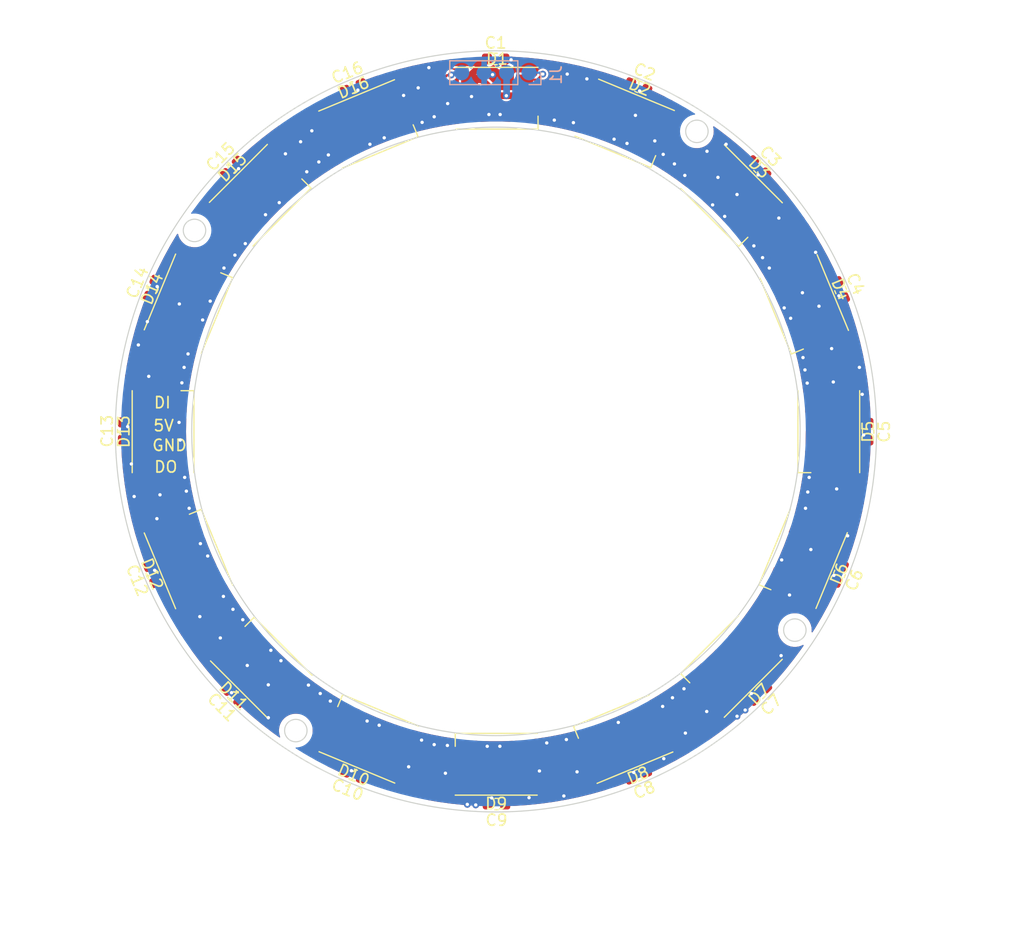
<source format=kicad_pcb>
(kicad_pcb (version 20240108) (generator "pcbnew") (generator_version "8.0")
  (layers (0 "F.Cu" signal) (31 "B.Cu" signal) (34 "B.Paste" user) (35 "F.Paste" user) (36 "B.SilkS" user "B.Silkscreen") (37 "F.SilkS" user "F.Silkscreen") (38 "B.Mask" user) (39 "F.Mask" user) (44 "Edge.Cuts" user))
  (net 0 "")
  (net 1 "+5V")
  (net 2 "GND")
  (net 3 "/DI")
  (net 4 "Net-(D1-DOUT)")
  (net 5 "Net-(D2-DOUT)")
  (net 6 "Net-(D3-DOUT)")
  (net 7 "Net-(D4-DOUT)")
  (net 8 "Net-(D5-DOUT)")
  (net 9 "Net-(D6-DOUT)")
  (net 10 "Net-(D7-DOUT)")
  (net 11 "Net-(D10-DIN)")
  (net 12 "Net-(D10-DOUT)")
  (net 13 "Net-(D11-DOUT)")
  (net 14 "Net-(D12-DOUT)")
  (net 15 "Net-(D13-DOUT)")
  (net 16 "Net-(D14-DOUT)")
  (net 17 "Net-(D15-DOUT)")
  (net 18 "/DO")
  (net 19 "Net-(D8-DOUT)")
  (footprint "Capacitor_SMD:C_0603_1608Metric" (layer "F.Cu") (at 135.476992 74.548008 45)
    (property "Reference" "C15")
    (property "Value" "0.1uF")
  )
  (footprint "LED_SMD:LED_WS2812B_PLCC4_5.0x5.0mm_P3.2mm" (layer "F.Cu") (at 138.100862 119.084315 135)
    (property "Reference" "D11")
    (property "Value" "~")
  )
  (footprint "Capacitor_SMD:C_0603_1608Metric" (layer "F.Cu") (at 171.691007 67.29658 -22.5)
    (property "Reference" "C2")
    (property "Value" "0.1uF")
  )
  (footprint "LED_SMD:LED_WS2812B_PLCC4_5.0x5.0mm_P3.2mm" (layer "F.Cu") (at 147.642923 70.611976 22.5)
    (property "Reference" "D16")
    (property "Value" "~")
  )
  (footprint "Capacitor_SMD:C_0603_1608Metric" (layer "F.Cu") (at 192.15 98.025 -90)
    (property "Reference" "C5")
    (property "Value" "0.1uF")
  )
  (footprint "Capacitor_SMD:C_0603_1608Metric" (layer "F.Cu") (at 182.501992 121.348008 -135)
    (property "Reference" "C7")
    (property "Value" "0.1uF")
  )
  (footprint "LED_SMD:LED_WS2812B_PLCC4_5.0x5.0mm_P3.2mm" (layer "F.Cu") (at 159.025 127.65 180)
    (property "Reference" "D9")
    (property "Value" "~")
  )
  (footprint "LED_SMD:LED_WS2812B_PLCC4_5.0x5.0mm_P3.2mm" (layer "F.Cu") (at 138.000862 76.965685 45)
    (property "Reference" "D15")
    (property "Value" "~")
  )
  (footprint "Capacitor_SMD:C_0603_1608Metric" (layer "F.Cu") (at 146.333993 128.60342 157.5)
    (property "Reference" "C10")
    (property "Value" "0.1uF")
  )
  (footprint "LED_SMD:LED_WS2812B_PLCC4_5.0x5.0mm_P3.2mm" (layer "F.Cu") (at 129.35 98.025 90)
    (property "Reference" "D13")
    (property "Value" "~")
  )
  (footprint "LED_SMD:LED_WS2812B_PLCC4_5.0x5.0mm_P3.2mm" (layer "F.Cu") (at 188.65 98.025 -90)
    (property "Reference" "D5")
    (property "Value" "~")
  )
  (footprint "Capacitor_SMD:C_0603_1608Metric" (layer "F.Cu") (at 159.05 131.2 180)
    (property "Reference" "C9")
    (property "Value" "0.1uF")
  )
  (footprint "LED_SMD:LED_WS2812B_PLCC4_5.0x5.0mm_P3.2mm" (layer "F.Cu") (at 186.461976 86.682077 -67.5)
    (property "Reference" "D4")
    (property "Value" "~")
  )
  (footprint "Capacitor_SMD:C_0603_1608Metric" (layer "F.Cu") (at 146.308993 67.37158 22.5)
    (property "Reference" "C16")
    (property "Value" "0.1uF")
  )
  (footprint "LED_SMD:LED_WS2812B_PLCC4_5.0x5.0mm_P3.2mm" (layer "F.Cu") (at 179.975862 118.940685 -135)
    (property "Reference" "D7")
    (property "Value" "~")
  )
  (footprint "Capacitor_SMD:C_0603_1608Metric" (layer "F.Cu") (at 135.601992 121.551992 135)
    (property "Reference" "C11")
    (property "Value" "0.1uF")
  )
  (footprint "LED_SMD:LED_WS2812B_PLCC4_5.0x5.0mm_P3.2mm" (layer "F.Cu") (at 186.363024 109.342923 -112.5)
    (property "Reference" "D6")
    (property "Value" "~")
  )
  (footprint "LED_SMD:LED_WS2812B_PLCC4_5.0x5.0mm_P3.2mm" (layer "F.Cu") (at 159.1 68.325)
    (property "Reference" "D1")
    (property "Value" "~")
  )
  (footprint "LED_SMD:LED_WS2812B_PLCC4_5.0x5.0mm_P3.2mm" (layer "F.Cu") (at 170.332077 125.413024 -157.5)
    (property "Reference" "D8")
    (property "Value" "~")
  )
  (footprint "Capacitor_SMD:C_0603_1608Metric" (layer "F.Cu") (at 189.60342 110.691007 -112.5)
    (property "Reference" "C6")
    (property "Value" "0.1uF")
  )
  (footprint "LED_SMD:LED_WS2812B_PLCC4_5.0x5.0mm_P3.2mm" (layer "F.Cu") (at 131.613024 109.367923 112.5)
    (property "Reference" "D12")
    (property "Value" "~")
  )
  (footprint "LED_SMD:LED_WS2812B_PLCC4_5.0x5.0mm_P3.2mm" (layer "F.Cu") (at 170.467923 70.563024 -22.5)
    (property "Reference" "D2")
    (property "Value" "~")
  )
  (footprint "Capacitor_SMD:C_0603_1608Metric" (layer "F.Cu") (at 128.37158 110.716007 112.5)
    (property "Reference" "C12")
    (property "Value" "0.1uF")
  )
  (footprint "Capacitor_SMD:C_0603_1608Metric" (layer "F.Cu") (at 171.666007 128.62842 -157.5)
    (property "Reference" "C8")
    (property "Value" "0.1uF")
  )
  (footprint "Capacitor_SMD:C_0603_1608Metric" (layer "F.Cu") (at 128.37842 85.291007 67.5)
    (property "Reference" "C14")
    (property "Value" "0.1uF")
  )
  (footprint "Capacitor_SMD:C_0603_1608Metric" (layer "F.Cu") (at 125.8 97.975 90)
    (property "Reference" "C13")
    (property "Value" "0.1uF")
  )
  (footprint "LED_SMD:LED_WS2812B_PLCC4_5.0x5.0mm_P3.2mm" (layer "F.Cu") (at 179.984315 77.000862 -45)
    (property "Reference" "D3")
    (property "Value" "~")
  )
  (footprint "LED_SMD:LED_WS2812B_PLCC4_5.0x5.0mm_P3.2mm" (layer "F.Cu") (at 147.667923 125.388024 157.5)
    (property "Reference" "D10")
    (property "Value" "~")
  )
  (footprint "Capacitor_SMD:C_0603_1608Metric" (layer "F.Cu") (at 189.70342 85.408993 -67.5)
    (property "Reference" "C4")
    (property "Value" "0.1uF")
  )
  (footprint "Capacitor_SMD:C_0603_1608Metric" (layer "F.Cu") (at 158.975 64.825)
    (property "Reference" "C1")
    (property "Value" "0.1uF")
  )
  (footprint "LED_SMD:LED_WS2812B_PLCC4_5.0x5.0mm_P3.2mm" (layer "F.Cu") (at 131.613024 86.632077 67.5)
    (property "Reference" "D14")
    (property "Value" "~")
  )
  (footprint "Capacitor_SMD:C_0603_1608Metric" (layer "F.Cu") (at 182.426992 74.501992 -45)
    (property "Reference" "C3")
    (property "Value" "0.1uF")
  )
  (footprint "Connector_PinHeader_2.00mm:PinHeader_1x04_P2.00mm_Vertical" (layer "B.Cu") (at 161.95 66.05 90)
    (property "Reference" "J1")
    (property "Value" "~")
  )
  (gr_circle (center 132.15 80.1) (end 133.15 80.1) (stroke (width 0.1)) (fill none) (layer "Edge.Cuts"))
  (gr_circle (center 185.625 115.7) (end 186.625 115.7) (stroke (width 0.1)) (fill none) (layer "Edge.Cuts"))
  (gr_circle (center 176.9 71.275) (end 177.9 71.275) (stroke (width 0.1)) (fill none) (layer "Edge.Cuts"))
  (gr_circle (center 159 98) (end 186.1 98) (stroke (width 0.1)) (fill none) (layer "Edge.Cuts"))
  (gr_circle (center 141.175 124.65) (end 142.175 124.65) (stroke (width 0.1)) (fill none) (layer "Edge.Cuts"))
  (gr_circle (center 159 98) (end 192.9 98) (stroke (width 0.1)) (fill none) (layer "Edge.Cuts"))
  (gr_text "DO" (at 128.475 101.75 0) (layer "F.SilkS") (effects (font (size 1 1)) (justify left bottom)))
  (gr_text "DI" (at 128.45 96.025 0) (layer "F.SilkS") (effects (font (size 1 1)) (justify left bottom)))
  (gr_text "5V" (at 128.4 98.075 0) (layer "F.SilkS") (effects (font (size 1 1)) (justify left bottom)))
  (gr_text "GND" (at 128.3 99.825 0) (layer "F.SilkS") (effects (font (size 1 1)) (justify left bottom)))
  (segment (start 179.41863 74.101724) (end 181.43219 76.115284) (width 0.6) (layer "F.Cu") (net 1))
  (segment (start 131.237684 116.012684) (end 131.026197 115.680192) (width 0.6) (layer "F.Cu") (net 1))
  (segment (start 188.500998 83.787144) (end 189.215618 84.501764) (width 0.6) (layer "F.Cu") (net 1))
  (segment (start 137.090284 75.54281) (end 137.090284 74.199306) (width 0.6) (layer "F.Cu") (net 1))
  (segment (start 144.74799 70.025149) (end 144.74799 68.42701) (width 0.6) (layer "F.Cu") (net 1))
  (segment (start 190.3 95.875) (end 191.677187 97.252187) (width 0.6) (layer "F.Cu") (net 1))
  (segment (start 174.531095 68.773439) (end 175.088271 69.330615) (width 0.6) (layer "F.Cu") (net 1))
  (segment (start 182.875 118.375) (end 182.875 120.626998) (width 0.6) (layer "F.Cu") (net 1))
  (segment (start 138.666547 121.983453) (end 137.412311 121.983453) (width 0.6) (layer "F.Cu") (net 1))
  (segment (start 188.825 107.025703) (end 188.825 107.710846) (width 0.6) (layer "F.Cu") (net 1))
  (segment (start 127.65 101.225) (end 127.65 97.54346) (width 0.6) (layer "F.Cu") (net 1))
  (segment (start 129.151048 90.098952) (end 129.151048 88.264154) (width 0.6) (layer "F.Cu") (net 1))
  (segment (start 184.873054 113.890595) (end 182.9 115.863649) (width 0.6) (layer "F.Cu") (net 1))
  (segment (start 169.070051 129.325) (end 162.375 129.325) (width 0.6) (layer "F.Cu") (net 1))
  (segment (start 137.412311 121.983453) (end 135.353858 119.925) (width 0.6) (layer "F.Cu") (net 1))
  (segment (start 142.975 123.902758) (end 141.055695 121.983453) (width 0.6) (layer "F.Cu") (net 1))
  (segment (start 128.826036 111.58989) (end 128.73896 111.399614) (width 0.6) (layer "F.Cu") (net 1))
  (segment (start 162.375 129.325) (end 158.75 129.325) (width 0.6) (layer "F.Cu") (net 1))
  (segment (start 190.3 95.575) (end 190.3 95.875) (width 0.6) (layer "F.Cu") (net 1))
  (segment (start 127.617444 100.45) (end 125.915463 98.748019) (width 0.6) (layer "F.Cu") (net 1))
  (segment (start 138.666547 121.983453) (end 136.262982 121.983453) (width 0.6) (layer "F.Cu") (net 1))
  (segment (start 187.048803 84.653752) (end 190.275 87.879949) (width 0.6) (layer "F.Cu") (net 1))
  (segment (start 176.600149 125.999851) (end 173.22701 125.999851) (width 0.6) (layer "F.Cu") (net 1))
  (segment (start 172.3952 125.999851) (end 169.070051 129.325) (width 0.6) (layer "F.Cu") (net 1))
  (segment (start 181.43219 76.115284) (end 183.165284 76.115284) (width 0.6) (layer "F.Cu") (net 1))
  (segment (start 187.084405 113.890595) (end 184.873054 113.890595) (width 0.6) (layer "F.Cu") (net 1))
  (segment (start 188.825 107.710846) (end 188.250975 108.284871) (width 0.6) (layer "F.Cu") (net 1))
  (segment (start 137.090284 74.199306) (end 140.11459 71.175) (width 0.6) (layer "F.Cu") (net 1))
  (segment (start 156.65 66.675) (end 156.65 66.375) (width 0.6) (layer "F.Cu") (net 1))
  (segment (start 188.825 107.710846) (end 188.825 108.925631) (width 0.6) (layer "F.Cu") (net 1))
  (segment (start 129.725073 83.337311) (end 131.207743 81.854641) (width 0.6) (layer "F.Cu") (net 1))
  (segment (start 131.026197 112.262856) (end 131.026197 111.451197) (width 0.6) (layer "F.Cu") (net 1))
  (segment (start 180.758705 121.841295) (end 176.600149 125.999851) (width 0.6) (layer "F.Cu") (net 1))
  (segment (start 191.475 99.675) (end 191.475 104.375703) (width 0.6) (layer "F.Cu") (net 1))
  (segment (start 182.9 115.863649) (end 182.9 118.35) (width 0.6) (layer "F.Cu") (net 1))
  (segment (start 190.3 95.575) (end 190.3 98.5) (width 0.6) (layer "F.Cu") (net 1))
  (segment (start 149.189894 66.400736) (end 153.675736 66.400736) (width 0.6) (layer "F.Cu") (net 1))
  (segment (start 172.359346 126.867515) (end 172.359346 128.278734) (width 0.6) (layer "F.Cu") (net 1))
  (segment (start 158.75 129.325) (end 157.825 130.25) (width 0.6) (layer "F.Cu") (net 1))
  (segment (start 159.822612 130.677388) (end 159.822612 131.08229) (width 0.6) (layer "F.Cu") (net 1))
  (segment (start 129.151048 87.036178) (end 128.146115 86.031245) (width 0.6) (layer "F.Cu") (net 1))
  (segment (start 135.353858 119.925) (end 135.15 119.925) (width 0.6) (layer "F.Cu") (net 1))
  (segment (start 126.275 93.078806) (end 126.29415 92.95585) (width 0.6) (layer "F.Cu") (net 1))
  (segment (start 135.101724 77.53137) (end 135.101724 75.266357) (width 0.6) (layer "F.Cu") (net 1))
  (segment (start 190.275 87.879949) (end 190.275 90.375) (width 0.6) (layer "F.Cu") (net 1))
  (segment (start 159.25 68.175) (end 157.75 66.675) (width 0.6) (layer "F.Cu") (net 1))
  (segment (start 127.65 97.54346) (end 126.275 96.16846) (width 0.6) (layer "F.Cu") (net 1))
  (segment (start 189.215618 84.501764) (end 189.31645 84.732489) (width 0.6) (layer "F.Cu") (net 1))
  (segment (start 190.3 90.4) (end 190.3 95.575) (width 0.6) (layer "F.Cu") (net 1))
  (segment (start 145.565481 70.025149) (end 149.189894 66.400736) (width 0.6) (layer "F.Cu") (net 1))
  (segment (start 148.710359 127.260359) (end 143.635359 127.260359) (width 0.6) (layer "F.Cu") (net 1))
  (segment (start 136.262982 121.983453) (end 136.231271 122.015164) (width 0.6) (layer "F.Cu") (net 1))
  (segment (start 143.635359 127.260359) (end 142.975 126.6) (width 0.6) (layer "F.Cu") (net 1))
  (segment (start 191.677187 97.252187) (end 192.086331 97.252187) (width 0.6) (layer "F.Cu") (net 1))
  (segment (start 132.990595 81.909405) (end 134.075 80.825) (width 0.6) (layer "F.Cu") (net 1))
  (segment (start 156.65 66.375) (end 158.2 64.825) (width 0.6) (layer "F.Cu") (net 1))
  (segment (start 157.825 130.25) (end 151.7 130.25) (width 0.6) (layer "F.Cu") (net 1))
  (segment (start 129.151048 88.264154) (end 129.725073 87.690129) (width 0.6) (layer "F.Cu") (net 1))
  (segment (start 186.206977 82.945318) (end 187.048803 83.787144) (width 0.6) (layer "F.Cu") (net 1))
  (segment (start 159.323952 68.101048) (end 159.25 68.175) (width 0.6) (layer "F.Cu") (net 1))
  (segment (start 131.026197 115.680192) (end 131.026197 112.262856) (width 0.6) (layer "F.Cu") (net 1))
  (segment (start 182.9 118.35) (end 182.875 118.375) (width 0.6) (layer "F.Cu") (net 1))
  (segment (start 151.7 130.25) (end 149.3 127.85) (width 0.6) (layer "F.Cu") (net 1))
  (segment (start 188.250975 108.284871) (end 188.250975 112.724025) (width 0.6) (layer "F.Cu") (net 1))
  (segment (start 183.165284 76.115284) (end 186.206977 79.156977) (width 0.6) (layer "F.Cu") (net 1))
  (segment (start 182.875 118.375) (end 180.758705 120.491295) (width 0.6) (layer "F.Cu") (net 1))
  (segment (start 175.088271 72.024622) (end 177.165373 74.101724) (width 0.6) (layer "F.Cu") (net 1))
  (segment (start 135.101724 77.53137) (end 137.090284 75.54281) (width 0.6) (layer "F.Cu") (net 1))
  (segment (start 129.499002 112.262856) (end 128.826036 111.58989) (width 0.6) (layer "F.Cu") (net 1))
  (segment (start 135.101724 75.266357) (end 135.023309 75.187942) (width 0.6) (layer "F.Cu") (net 1))
  (segment (start 180.758705 120.491295) (end 180.758705 121.841295) (width 0.6) (layer "F.Cu") (net 1))
  (segment (start 159.926048 68.101048) (end 168.835846 68.101048) (width 0.6) (layer "F.Cu") (net 1))
  (segment (start 168.835846 68.101048) (end 169.954026 68.101048) (width 0.6) (layer "F.Cu") (net 1))
  (segment (start 126.29415 92.95585) (end 129.151048 90.098952) (width 0.6) (layer "F.Cu") (net 1))
  (segment (start 141.055695 121.983453) (end 138.666547 121.983453) (width 0.6) (layer "F.Cu") (net 1))
  (segment (start 191.475 104.375703) (end 188.825 107.025703) (width 0.6) (layer "F.Cu") (net 1))
  (segment (start 157.951396 65.1625) (end 158.200757 64.913139) (width 0.6) (layer "F.Cu") (net 1))
  (segment (start 187.048803 83.787144) (end 188.500998 83.787144) (width 0.6) (layer "F.Cu") (net 1))
  (segment (start 141.849851 70.025149) (end 144.74799 70.025149) (width 0.6) (layer "F.Cu") (net 1))
  (segment (start 131.026197 112.262856) (end 129.499002 112.262856) (width 0.6) (layer "F.Cu") (net 1))
  (segment (start 182.875 120.626998) (end 183.015745 120.767743) (width 0.6) (layer "F.Cu") (net 1))
  (segment (start 129.725073 87.690129) (end 129.725073 83.337311) (width 0.6) (layer "F.Cu") (net 1))
  (segment (start 132.241764 81.909405) (end 132.990595 81.909405) (width 0.6) (layer "F.Cu") (net 1))
  (segment (start 144.74799 68.42701) (end 145.298516 67.876484) (width 0.6) (layer "F.Cu") (net 1))
  (segment (start 157.75 66.675) (end 156.65 66.675) (width 0.6) (layer "F.Cu") (net 1))
  (segment (start 149.3 127.85) (end 148.710359 127.260359) (width 0.6) (layer "F.Cu") (net 1))
  (segment (start 177.165373 74.101724) (end 179.41863 74.101724) (width 0.6) (layer "F.Cu") (net 1))
  (segment (start 131.207743 81.854641) (end 131.735854 81.854641) (width 0.6) (layer "F.Cu") (net 1))
  (segment (start 144.74799 70.025149) (end 145.565481 70.025149) (width 0.6) (layer "F.Cu") (net 1))
  (segment (start 169.954026 68.101048) (end 170.924485 67.130589) (width 0.6) (layer "F.Cu") (net 1))
  (segment (start 175.088271 69.330615) (end 175.088271 72.024622) (width 0.6) (layer "F.Cu") (net 1))
  (segment (start 131.875655 81.890838) (end 132.241764 81.909405) (width 0.6) (layer "F.Cu") (net 1))
  (segment (start 161.475 129.325) (end 161.175 129.325) (width 0.6) (layer "F.Cu") (net 1))
  (segment (start 154.913972 65.1625) (end 157.951396 65.1625) (width 0.6) (layer "F.Cu") (net 1))
  (segment (start 159.926048 68.101048) (end 159.323952 68.101048) (width 0.6) (layer "F.Cu") (net 1))
  (segment (start 188.250975 112.724025) (end 187.084405 113.890595) (width 0.6) (layer "F.Cu") (net 1))
  (segment (start 162.375 129.325) (end 161.475 129.325) (width 0.6) (layer "F.Cu") (net 1))
  (segment (start 135.15 119.925) (end 131.237684 116.012684) (width 0.6) (layer "F.Cu") (net 1))
  (segment (start 173.22701 125.999851) (end 172.3952 125.999851) (width 0.6) (layer "F.Cu") (net 1))
  (segment (start 142.975 126.6) (end 142.975 123.902758) (width 0.6) (layer "F.Cu") (net 1))
  (segment (start 149.3 127.85) (end 148.080461 127.85) (width 0.6) (layer "F.Cu") (net 1))
  (segment (start 131.735854 81.854641) (end 131.875655 81.890838) (width 0.6) (layer "F.Cu") (net 1))
  (segment (start 179.41863 74.101724) (end 181.731244 74.101724) (width 0.6) (layer "F.Cu") (net 1))
  (segment (start 127.65 101.225) (end 127.65 100.45) (width 0.6) (layer "F.Cu") (net 1))
  (segment (start 168.835846 68.101048) (end 169.508237 68.773439) (width 0.6) (layer "F.Cu") (net 1))
  (segment (start 169.508237 68.773439) (end 174.531095 68.773439) (width 0.6) (layer "F.Cu") (net 1))
  (segment (start 173.22701 125.999851) (end 172.359346 126.867515) (width 0.6) (layer "F.Cu") (net 1))
  (segment (start 134.075 80.825) (end 134.075 78.558094) (width 0.6) (layer "F.Cu") (net 1))
  (segment (start 131.026197 111.451197) (end 127.65 108.075) (width 0.6) (layer "F.Cu") (net 1))
  (segment (start 129.151048 88.264154) (end 129.151048 87.036178) (width 0.6) (layer "F.Cu") (net 1))
  (segment (start 140.7 71.175) (end 141.849851 70.025149) (width 0.6) (layer "F.Cu") (net 1))
  (segment (start 127.65 100.45) (end 127.617444 100.45) (width 0.6) (layer "F.Cu") (net 1))
  (segment (start 161.175 129.325) (end 159.822612 130.677388) (width 0.6) (layer "F.Cu") (net 1))
  (segment (start 140.11459 71.175) (end 140.7 71.175) (width 0.6) (layer "F.Cu") (net 1))
  (segment (start 126.275 96.16846) (end 126.275 93.078806) (width 0.6) (layer "F.Cu") (net 1))
  (segment (start 134.075 78.558094) (end 135.101724 77.53137) (width 0.6) (layer "F.Cu") (net 1))
  (segment (start 188.825 108.925631) (end 189.857513 109.958144) (width 0.6) (layer "F.Cu") (net 1))
  (segment (start 148.080461 127.85) (end 147.06134 128.869121) (width 0.6) (layer "F.Cu") (net 1))
  (segment (start 186.206977 79.156977) (end 186.206977 82.945318) (width 0.6) (layer "F.Cu") (net 1))
  (segment (start 190.275 90.375) (end 190.3 90.4) (width 0.6) (layer "F.Cu") (net 1))
  (segment (start 187.048803 83.787144) (end 187.048803 84.653752) (width 0.6) (layer "F.Cu") (net 1))
  (segment (start 131.026197 112.551197) (end 131.026197 112.262856) (width 0.6) (layer "F.Cu") (net 1))
  (segment (start 190.3 98.5) (end 191.475 99.675) (width 0.6) (layer "F.Cu") (net 1))
  (segment (start 181.731244 74.101724) (end 181.878984 73.953984) (width 0.2) (layer "F.Cu") (net 1))
  (segment (start 127.65 108.075) (end 127.65 101.225) (width 0.6) (layer "F.Cu") (net 1))
  (segment (start 153.675736 66.400736) (end 154.913972 65.1625) (width 0.6) (layer "F.Cu") (net 1))
  (segment (start 145.298516 67.876484) (end 145.621541 67.731999) (width 0.6) (layer "F.Cu") (net 1))
  (via (at 159.926048 68.101048) (size 0.6) (drill 0.3) (layers "F.Cu" "B.Cu") (net 1))
  (segment (start 159.95 67.975) (end 159.926048 67.998952) (width 0.2) (layer "B.Cu") (net 1))
  (segment (start 159.95 66.05) (end 159.95 67.975) (width 0.6) (layer "B.Cu") (net 1))
  (segment (start 159.926048 67.998952) (end 159.926048 68.101048) (width 0.2) (layer "B.Cu") (net 1))
  (via (at 134.775 83.45) (size 0.6) (drill 0.3) (layers "F.Cu" "B.Cu") (net 2))
  (via (at 184.2 79) (size 0.6) (drill 0.3) (layers "F.Cu" "B.Cu") (net 2))
  (via (at 138.475 78.7) (size 0.6) (drill 0.3) (layers "F.Cu" "B.Cu") (net 2))
  (via (at 175.825 75.2) (size 0.6) (drill 0.3) (layers "F.Cu" "B.Cu") (net 2))
  (via (at 131.275 102.1) (size 0.6) (drill 0.3) (layers "F.Cu" "B.Cu") (net 2))
  (via (at 128.6 110.375) (size 0.6) (drill 0.3) (layers "F.Cu" "B.Cu") (net 2))
  (via (at 146.7 67.6) (size 0.6) (drill 0.3) (layers "F.Cu" "B.Cu") (net 2))
  (via (at 178.3 77.825) (size 0.6) (drill 0.3) (layers "F.Cu" "B.Cu") (net 2))
  (via (at 189.55 85.925) (size 0.6) (drill 0.3) (layers "F.Cu" "B.Cu") (net 2))
  (via (at 147.775 72.425) (size 0.6) (drill 0.3) (layers "F.Cu" "B.Cu") (net 2))
  (via (at 170.675 72.35) (size 0.6) (drill 0.3) (layers "F.Cu" "B.Cu") (net 2))
  (via (at 165.9 70.5) (size 0.6) (drill 0.3) (layers "F.Cu" "B.Cu") (net 2))
  (via (at 152.075 67.4) (size 0.6) (drill 0.3) (layers "F.Cu" "B.Cu") (net 2))
  (via (at 136.675 81.275) (size 0.6) (drill 0.3) (layers "F.Cu" "B.Cu") (net 2))
  (via (at 165.05 130.475) (size 0.6) (drill 0.3) (layers "F.Cu" "B.Cu") (net 2))
  (via (at 133.325 109.1) (size 0.6) (drill 0.3) (layers "F.Cu" "B.Cu") (net 2))
  (via (at 135.45 121.275) (size 0.6) (drill 0.3) (layers "F.Cu" "B.Cu") (net 2))
  (via (at 189.35 103.125) (size 0.6) (drill 0.3) (layers "F.Cu" "B.Cu") (net 2))
  (via (at 127.15 90.3) (size 0.6) (drill 0.3) (layers "F.Cu" "B.Cu") (net 2))
  (via (at 191.625 94.7) (size 0.6) (drill 0.3) (layers "F.Cu" "B.Cu") (net 2))
  (via (at 166.225 128.325) (size 0.6) (drill 0.3) (layers "F.Cu" "B.Cu") (net 2))
  (via (at 171.425 69.85) (size 0.6) (drill 0.3) (layers "F.Cu" "B.Cu") (net 2))
  (via (at 159.375 69.775) (size 0.6) (drill 0.3) (layers "F.Cu" "B.Cu") (net 2))
  (via (at 189.05 93.6) (size 0.6) (drill 0.3) (layers "F.Cu" "B.Cu") (net 2))
  (via (at 142.15 74.875) (size 0.6) (drill 0.3) (layers "F.Cu" "B.Cu") (net 2))
  (via (at 153.025 65.6) (size 0.6) (drill 0.3) (layers "F.Cu" "B.Cu") (net 2))
  (via (at 132.675 108) (size 0.6) (drill 0.3) (layers "F.Cu" "B.Cu") (net 2))
  (via (at 185.15 112.575) (size 0.6) (drill 0.3) (layers "F.Cu" "B.Cu") (net 2))
  (via (at 173.85 122.5) (size 0.6) (drill 0.3) (layers "F.Cu" "B.Cu") (net 2))
  (via (at 142.3 120.6) (size 0.6) (drill 0.3) (layers "F.Cu" "B.Cu") (net 2))
  (via (at 181.2 122.825) (size 0.6) (drill 0.3) (layers "F.Cu" "B.Cu") (net 2))
  (via (at 143.35 121.35) (size 0.6) (drill 0.3) (layers "F.Cu" "B.Cu") (net 2))
  (via (at 132.625 114.5) (size 0.6) (drill 0.3) (layers "F.Cu" "B.Cu") (net 2))
  (via (at 186.575 104.85) (size 0.6) (drill 0.3) (layers "F.Cu" "B.Cu") (net 2))
  (via (at 135.75 82.3) (size 0.6) (drill 0.3) (layers "F.Cu" "B.Cu") (net 2))
  (via (at 150.775 68.075) (size 0.6) (drill 0.3) (layers "F.Cu" "B.Cu") (net 2))
  (via (at 185.25 87.925) (size 0.6) (drill 0.3) (layers "F.Cu" "B.Cu") (net 2))
  (via (at 131.575 91.1) (size 0.6) (drill 0.3) (layers "F.Cu" "B.Cu") (net 2))
  (via (at 186.525 92.525) (size 0.6) (drill 0.3) (layers "F.Cu" "B.Cu") (net 2))
  (via (at 181.75 121.35) (size 0.6) (drill 0.3) (layers "F.Cu" "B.Cu") (net 2))
  (via (at 184.675 87) (size 0.6) (drill 0.3) (layers "F.Cu" "B.Cu") (net 2))
  (via (at 180.475 123.375) (size 0.6) (drill 0.3) (layers "F.Cu" "B.Cu") (net 2))
  (via (at 173.15 72.125) (size 0.6) (drill 0.3) (layers "F.Cu" "B.Cu") (net 2))
  (via (at 132.875 88.075) (size 0.6) (drill 0.3) (layers "F.Cu" "B.Cu") (net 2))
  (via (at 154.5 128.45) (size 0.6) (drill 0.3) (layers "F.Cu" "B.Cu") (net 2))
  (via (at 173.95 127.15) (size 0.6) (drill 0.3) (layers "F.Cu" "B.Cu") (net 2))
  (via (at 136.075 74.6) (size 0.6) (drill 0.3) (layers "F.Cu" "B.Cu") (net 2))
  (via (at 158.7 66.225) (size 0.6) (drill 0.3) (layers "F.Cu" "B.Cu") (net 2))
  (via (at 140.25 73.275) (size 0.6) (drill 0.3) (layers "F.Cu" "B.Cu") (net 2))
  (via (at 182.75 82.525) (size 0.6) (drill 0.3) (layers "F.Cu" "B.Cu") (net 2))
  (via (at 134.45 116.4) (size 0.6) (drill 0.3) (layers "F.Cu" "B.Cu") (net 2))
  (via (at 187.05 108.525) (size 0.6) (drill 0.3) (layers "F.Cu" "B.Cu") (net 2))
  (via (at 133.55 86.4) (size 0.6) (drill 0.3) (layers "F.Cu" "B.Cu") (net 2))
  (via (at 177.8 73.05) (size 0.6) (drill 0.3) (layers "F.Cu" "B.Cu") (net 2))
  (via (at 141.6 72.2) (size 0.6) (drill 0.3) (layers "F.Cu" "B.Cu") (net 2))
  (via (at 138.725 123.5) (size 0.6) (drill 0.3) (layers "F.Cu" "B.Cu") (net 2))
  (via (at 156.45 131.225) (size 0.6) (drill 0.3) (layers "F.Cu" "B.Cu") (net 2))
  (via (at 139.85 118.425) (size 0.6) (drill 0.3) (layers "F.Cu" "B.Cu") (net 2))
  (via (at 136.45 114.775) (size 0.6) (drill 0.3) (layers "F.Cu" "B.Cu") (net 2))
  (via (at 188.9 90.625) (size 0.6) (drill 0.3) (layers "F.Cu" "B.Cu") (net 2))
  (via (at 148.6 124.175) (size 0.6) (drill 0.3) (layers "F.Cu" "B.Cu") (net 2))
  (via (at 127.95 88.225) (size 0.6) (drill 0.3) (layers "F.Cu" "B.Cu") (net 2))
  (via (at 147.525 123.8) (size 0.6) (drill 0.3) (layers "F.Cu" "B.Cu") (net 2))
  (via (at 149.05 71.85) (size 0.6) (drill 0.3) (layers "F.Cu" "B.Cu") (net 2))
  (via (at 158.625 130.65) (size 0.6) (drill 0.3) (layers "F.Cu" "B.Cu") (net 2))
  (via (at 165.275 125.45) (size 0.6) (drill 0.3) (layers "F.Cu" "B.Cu") (net 2))
  (via (at 142.6 71.225) (size 0.6) (drill 0.3) (layers "F.Cu" "B.Cu") (net 2))
  (via (at 128.825 85.1) (size 0.6) (drill 0.3) (layers "F.Cu" "B.Cu") (net 2))
  (via (at 181.975 81.475) (size 0.6) (drill 0.3) (layers "F.Cu" "B.Cu") (net 2))
  (via (at 161.95 130.625) (size 0.6) (drill 0.3) (layers "F.Cu" "B.Cu") (net 2))
  (via (at 135.575 113.85) (size 0.6) (drill 0.3) (layers "F.Cu" "B.Cu") (net 2))
  (via (at 175.875 124.875) (size 0.6) (drill 0.3) (layers "F.Cu" "B.Cu") (net 2))
  (via (at 159.35 126.05) (size 0.6) (drill 0.3) (layers "F.Cu" "B.Cu") (net 2))
  (via (at 169.525 71.975) (size 0.6) (drill 0.3) (layers "F.Cu" "B.Cu") (net 2))
  (via (at 144.25 122.025) (size 0.6) (drill 0.3) (layers "F.Cu" "B.Cu") (net 2))
  (via (at 158.375 69.775) (size 0.6) (drill 0.3) (layers "F.Cu" "B.Cu") (net 2))
  (via (at 179.5 72.425) (size 0.6) (drill 0.3) (layers "F.Cu" "B.Cu") (net 2))
  (via (at 126.2 97.575) (size 0.6) (drill 0.3) (layers "F.Cu" "B.Cu") (net 2))
  (via (at 160.35 64.9) (size 0.6) (drill 0.3) (layers "F.Cu" "B.Cu") (net 2))
  (via (at 183.35 83.45) (size 0.6) (drill 0.3) (layers "F.Cu" "B.Cu") (net 2))
  (via (at 151.225 127.875) (size 0.6) (drill 0.3) (layers "F.Cu" "B.Cu") (net 2))
  (via (at 187.475 82.05) (size 0.6) (drill 0.3) (layers "F.Cu" "B.Cu") (net 2))
  (via (at 126.525 100.9) (size 0.6) (drill 0.3) (layers "F.Cu" "B.Cu") (net 2))
  (via (at 171.8 67.675) (size 0.6) (drill 0.3) (layers "F.Cu" "B.Cu") (net 2))
  (via (at 153.5 69.975) (size 0.6) (drill 0.3) (layers "F.Cu" "B.Cu") (net 2))
  (via (at 173.9 73.325) (size 0.6) (drill 0.3) (layers "F.Cu" "B.Cu") (net 2))
  (via (at 154.675 125.975) (size 0.6) (drill 0.3) (layers "F.Cu" "B.Cu") (net 2))
  (via (at 136.85 118.85) (size 0.6) (drill 0.3) (layers "F.Cu" "B.Cu") (net 2))
  (via (at 131.425 103.325) (size 0.6) (drill 0.3) (layers "F.Cu" "B.Cu") (net 2))
  (via (at 131.675 104.85) (size 0.6) (drill 0.3) (layers "F.Cu" "B.Cu") (net 2))
  (via (at 134.725 112.7) (size 0.6) (drill 0.3) (layers "F.Cu" "B.Cu") (net 2))
  (via (at 143.225 74) (size 0.6) (drill 0.3) (layers "F.Cu" "B.Cu") (net 2))
  (via (at 179.375 78.85) (size 0.6) (drill 0.3) (layers "F.Cu" "B.Cu") (net 2))
  (via (at 171.275 128.375) (size 0.6) (drill 0.3) (layers "F.Cu" "B.Cu") (net 2))
  (via (at 139.7 77.625) (size 0.6) (drill 0.3) (layers "F.Cu" "B.Cu") (net 2))
  (via (at 184.4 117.975) (size 0.6) (drill 0.3) (layers "F.Cu" "B.Cu") (net 2))
  (via (at 190.325 107.3) (size 0.6) (drill 0.3) (layers "F.Cu" "B.Cu") (net 2))
  (via (at 162.875 128.25) (size 0.6) (drill 0.3) (layers "F.Cu" "B.Cu") (net 2))
  (via (at 153.5 125.9) (size 0.6) (drill 0.3) (layers "F.Cu" "B.Cu") (net 2))
  (via (at 138.95 117.5) (size 0.6) (drill 0.3) (layers "F.Cu" "B.Cu") (net 2))
  (via (at 187.775 86.85) (size 0.6) (drill 0.3) (layers "F.Cu" "B.Cu") (net 2))
  (via (at 126.775 103.8) (size 0.6) (drill 0.3) (layers "F.Cu" "B.Cu") (net 2))
  (via (at 165.35 66.175) (size 0.6) (drill 0.3) (layers "F.Cu" "B.Cu") (net 2))
  (via (at 177.775 122.95) (size 0.6) (drill 0.3) (layers "F.Cu" "B.Cu") (net 2))
  (via (at 131.225 92.3) (size 0.6) (drill 0.3) (layers "F.Cu" "B.Cu") (net 2))
  (via (at 186.775 103.4) (size 0.6) (drill 0.3) (layers "F.Cu" "B.Cu") (net 2))
  (via (at 138.725 120.575) (size 0.6) (drill 0.3) (layers "F.Cu" "B.Cu") (net 2))
  (via (at 158.225 126.05) (size 0.6) (drill 0.3) (layers "F.Cu" "B.Cu") (net 2))
  (via (at 164.2 70.275) (size 0.6) (drill 0.3) (layers "F.Cu" "B.Cu") (net 2))
  (via (at 169.9 123.925) (size 0.6) (drill 0.3) (layers "F.Cu" "B.Cu") (net 2))
  (via (at 154.7 68.8) (size 0.6) (drill 0.3) (layers "F.Cu" "B.Cu") (net 2))
  (via (at 128.8 105.775) (size 0.6) (drill 0.3) (layers "F.Cu" "B.Cu") (net 2))
  (via (at 175.75 120.925) (size 0.6) (drill 0.3) (layers "F.Cu" "B.Cu") (net 2))
  (via (at 130.8 86.65) (size 0.6) (drill 0.3) (layers "F.Cu" "B.Cu") (net 2))
  (via (at 130.775 97.2) (size 0.6) (drill 0.3) (layers "F.Cu" "B.Cu") (net 2))
  (via (at 131.025 93.675) (size 0.6) (drill 0.3) (layers "F.Cu" "B.Cu") (net 2))
  (via (at 186.35 91.425) (size 0.6) (drill 0.3) (layers "F.Cu" "B.Cu") (net 2))
  (via (at 167.1 66.6) (size 0.6) (drill 0.3) (layers "F.Cu" "B.Cu") (net 2))
  (via (at 191.75 98.325) (size 0.6) (drill 0.3) (layers "F.Cu" "B.Cu") (net 2))
  (via (at 129.075 103.65) (size 0.6) (drill 0.3) (layers "F.Cu" "B.Cu") (net 2))
  (via (at 152.375 125.5) (size 0.6) (drill 0.3) (layers "F.Cu" "B.Cu") (net 2))
  (via (at 156.825 68.175) (size 0.6) (drill 0.3) (layers "F.Cu" "B.Cu") (net 2))
  (via (at 128.075 93.1) (size 0.6) (drill 0.3) (layers "F.Cu" "B.Cu") (net 2))
  (via (at 130.875 98.775) (size 0.6) (drill 0.3) (layers "F.Cu" "B.Cu") (net 2))
  (via (at 152.425 70.475) (size 0.6) (drill 0.3) (layers "F.Cu" "B.Cu") (net 2))
  (via (at 157.2 131.275) (size 0.6) (drill 0.3) (layers "F.Cu" "B.Cu") (net 2))
  (via (at 184.45 109.45) (size 0.6) (drill 0.3) (layers "F.Cu" "B.Cu") (net 2))
  (via (at 163.525 125.75) (size 0.6) (drill 0.3) (layers "F.Cu" "B.Cu") (net 2))
  (via (at 144.075 73.375) (size 0.6) (drill 0.3) (layers "F.Cu" "B.Cu") (net 2))
  (via (at 182.35 75.15) (size 0.6) (drill 0.3) (layers "F.Cu" "B.Cu") (net 2))
  (via (at 174.9 74.175) (size 0.6) (drill 0.3) (layers "F.Cu" "B.Cu") (net 2))
  (via (at 186.725 93.7) (size 0.6) (drill 0.3) (layers "F.Cu" "B.Cu") (net 2))
  (via (at 189.1 110.825) (size 0.6) (drill 0.3) (layers "F.Cu" "B.Cu") (net 2))
  (via (at 180.475 76.9) (size 0.6) (drill 0.3) (layers "F.Cu" "B.Cu") (net 2))
  (via (at 186.3 85.65) (size 0.6) (drill 0.3) (layers "F.Cu" "B.Cu") (net 2))
  (via (at 191.375 92.3) (size 0.6) (drill 0.3) (layers "F.Cu" "B.Cu") (net 2))
  (via (at 174.725 121.725) (size 0.6) (drill 0.3) (layers "F.Cu" "B.Cu") (net 2))
  (via (at 186.9 102.1) (size 0.6) (drill 0.3) (layers "F.Cu" "B.Cu") (net 2))
  (via (at 178.775 75.375) (size 0.6) (drill 0.3) (layers "F.Cu" "B.Cu") (net 2))
  (via (at 146.125 128.225) (size 0.6) (drill 0.3) (layers "F.Cu" "B.Cu") (net 2))
  (segment (start 161.55 66.675) (end 162.675 66.675) (width 0.2) (layer "F.Cu") (net 3))
  (segment (start 162.675 66.675) (end 163.175 66.175) (width 0.2) (layer "F.Cu") (net 3))
  (via (at 163.175 66.175) (size 0.6) (drill 0.3) (layers "F.Cu" "B.Cu") (net 3))
  (segment (start 161.95 66.05) (end 163.05 66.05) (width 0.2) (layer "B.Cu") (net 3))
  (segment (start 163.05 66.05) (end 163.175 66.175) (width 0.2) (layer "B.Cu") (net 3))
  (segment (start 173 70.339053) (end 173.362856 69.976197) (width 0.2) (layer "F.Cu") (net 4))
  (segment (start 157.45 69.175) (end 167.175 69.175) (width 0.2) (layer "F.Cu") (net 4))
  (segment (start 168.925 70.925) (end 172.525 70.925) (width 0.2) (layer "F.Cu") (net 4))
  (segment (start 172.525 70.925) (end 173 70.45) (width 0.2) (layer "F.Cu") (net 4))
  (segment (start 167.175 69.175) (end 168.925 70.925) (width 0.2) (layer "F.Cu") (net 4))
  (segment (start 156.65 69.975) (end 157.45 69.175) (width 0.2) (layer "F.Cu") (net 4))
  (segment (start 173 70.45) (end 173 70.339053) (width 0.2) (layer "F.Cu") (net 4))
  (segment (start 179.85 77.65) (end 182.8 77.65) (width 0.2) (layer "F.Cu") (net 5))
  (segment (start 182.8 77.65) (end 182.883453 77.566547) (width 0.2) (layer "F.Cu") (net 5))
  (segment (start 167.57299 71.149851) (end 167.748139 71.325) (width 0.2) (layer "F.Cu") (net 5))
  (segment (start 167.748139 71.325) (end 173.525 71.325) (width 0.2) (layer "F.Cu") (net 5))
  (segment (start 173.525 71.325) (end 179.85 77.65) (width 0.2) (layer "F.Cu") (net 5))
  (segment (start 185.275 81.7) (end 185.275 85.759314) (width 0.2) (layer "F.Cu") (net 6))
  (segment (start 179.6 78.05) (end 181.625 78.05) (width 0.2) (layer "F.Cu") (net 6))
  (segment (start 177.085177 76.435177) (end 177.985177 76.435177) (width 0.2) (layer "F.Cu") (net 6))
  (segment (start 185.275 85.759314) (end 187.82984 88.314154) (width 0.2) (layer "F.Cu") (net 6))
  (segment (start 181.625 78.05) (end 185.275 81.7) (width 0.2) (layer "F.Cu") (net 6))
  (segment (start 177.985177 76.435177) (end 179.6 78.05) (width 0.2) (layer "F.Cu") (net 6))
  (segment (start 187.82984 88.314154) (end 188.923952 88.314154) (width 0.2) (layer "F.Cu") (net 6))
  (segment (start 187.825 88.875) (end 187.825 98.184314) (width 0.2) (layer "F.Cu") (net 7))
  (segment (start 188.35 98.709314) (end 188.35 100.15) (width 0.2) (layer "F.Cu") (net 7))
  (segment (start 184 85.05) (end 187.825 88.875) (width 0.2) (layer "F.Cu") (net 7))
  (segment (start 187.825 98.184314) (end 188.35 98.709314) (width 0.2) (layer "F.Cu") (net 7))
  (segment (start 188.675 100.475) (end 190.3 100.475) (width 0.2) (layer "F.Cu") (net 7))
  (segment (start 188.35 100.15) (end 188.675 100.475) (width 0.2) (layer "F.Cu") (net 7))
  (segment (start 187.95 98.875) (end 187.95 105.85) (width 0.2) (layer "F.Cu") (net 8))
  (segment (start 187.95 105.85) (end 185.8 108) (width 0.2) (layer "F.Cu") (net 8))
  (segment (start 187 97.925) (end 187.95 98.875) (width 0.2) (layer "F.Cu") (net 8))
  (segment (start 187 95.575) (end 187 97.925) (width 0.2) (layer "F.Cu") (net 8))
  (segment (start 185.8 108) (end 185.8 111.088005) (width 0.2) (layer "F.Cu") (net 8))
  (segment (start 185.8 111.088005) (end 186.949851 112.237856) (width 0.2) (layer "F.Cu") (net 8))
  (segment (start 185.4 106.824187) (end 185.4 111.05) (width 0.2) (layer "F.Cu") (net 9))
  (segment (start 182.3 115.5) (end 179.410177 118.389823) (width 0.2) (layer "F.Cu") (net 9))
  (segment (start 185.776197 106.44799) (end 185.4 106.824187) (width 0.2) (layer "F.Cu") (net 9))
  (segment (start 179.410177 118.389823) (end 179.410177 121.839823) (width 0.2) (layer "F.Cu") (net 9))
  (segment (start 185.4 111.05) (end 182.3 114.15) (width 0.2) (layer "F.Cu") (net 9))
  (segment (start 182.3 114.15) (end 182.3 115.5) (width 0.2) (layer "F.Cu") (net 9))
  (segment (start 180.541547 116.041547) (end 178.925 117.658094) (width 0.2) (layer "F.Cu") (net 10))
  (segment (start 172.275 124.3) (end 168.7 127.875) (width 0.2) (layer "F.Cu") (net 10))
  (segment (start 178.925 120.25) (end 174.875 124.3) (width 0.2) (layer "F.Cu") (net 10))
  (segment (start 178.925 117.658094) (end 178.925 120.25) (width 0.2) (layer "F.Cu") (net 10))
  (segment (start 174.875 124.3) (end 172.275 124.3) (width 0.2) (layer "F.Cu") (net 10))
  (segment (start 145.423139 126.625) (end 144.77299 125.974851) (width 0.2) (layer "F.Cu") (net 11))
  (segment (start 160.8 127.2) (end 152.275 127.2) (width 0.2) (layer "F.Cu") (net 11))
  (segment (start 161.475 126.525) (end 160.8 127.2) (width 0.2) (layer "F.Cu") (net 11))
  (segment (start 152.275 127.2) (end 151.7 126.625) (width 0.2) (layer "F.Cu") (net 11))
  (segment (start 161.475 126.025) (end 161.475 126.525) (width 0.2) (layer "F.Cu") (net 11))
  (segment (start 151.7 126.625) (end 145.423139 126.625) (width 0.2) (layer "F.Cu") (net 11))
  (segment (start 146.341254 126.125) (end 140.266254 120.05) (width 0.2) (layer "F.Cu") (net 12))
  (segment (start 150.562856 124.801197) (end 149.239053 126.125) (width 0.2) (layer "F.Cu") (net 12))
  (segment (start 140.266254 120.05) (end 139.434314 120.05) (width 0.2) (layer "F.Cu") (net 12))
  (segment (start 137.009314 117.625) (end 136.095354 117.625) (width 0.2) (layer "F.Cu") (net 12))
  (segment (start 149.239053 126.125) (end 146.341254 126.125) (width 0.2) (layer "F.Cu") (net 12))
  (segment (start 136.095354 117.625) (end 135.201724 118.51863) (width 0.2) (layer "F.Cu") (net 12))
  (segment (start 139.434314 120.05) (end 137.009314 117.625) (width 0.2) (layer "F.Cu") (net 12))
  (segment (start 132.175 110.2) (end 129.710846 107.735846) (width 0.2) (layer "F.Cu") (net 13))
  (segment (start 141 119.65) (end 139.6 119.65) (width 0.2) (layer "F.Cu") (net 13))
  (segment (start 129.710846 107.735846) (end 129.151048 107.735846) (width 0.2) (layer "F.Cu") (net 13))
  (segment (start 132.175 112.225) (end 132.175 110.2) (width 0.2) (layer "F.Cu") (net 13))
  (segment (start 139.6 119.65) (end 132.175 112.225) (width 0.2) (layer "F.Cu") (net 13))
  (segment (start 130.175 103.725) (end 129.05 102.6) (width 0.2) (layer "F.Cu") (net 14))
  (segment (start 128.05 95.55) (end 127.65 95.55) (width 0.2) (layer "F.Cu") (net 14))
  (segment (start 130.175 107.575) (end 130.175 103.725) (width 0.2) (layer "F.Cu") (net 14))
  (segment (start 129.05 96.55) (end 128.05 95.55) (width 0.2) (layer "F.Cu") (net 14))
  (segment (start 129.05 102.6) (end 129.05 96.55) (width 0.2) (layer "F.Cu") (net 14))
  (segment (start 134.075 111) (end 133.6 111) (width 0.2) (layer "F.Cu") (net 14))
  (segment (start 133.6 111) (end 130.175 107.575) (width 0.2) (layer "F.Cu") (net 14))
  (segment (start 129.45 98.95) (end 129.45 96.384315) (width 0.2) (layer "F.Cu") (net 15))
  (segment (start 130.95 100.45) (end 129.45 98.95) (width 0.2) (layer "F.Cu") (net 15))
  (segment (start 129.425 90.75) (end 131.5 88.675) (width 0.2) (layer "F.Cu") (net 15))
  (segment (start 131.5 88.675) (end 131.5 84.210947) (width 0.2) (layer "F.Cu") (net 15))
  (segment (start 129.45 96.384315) (end 129.425 96.359315) (width 0.2) (layer "F.Cu") (net 15))
  (segment (start 129.425 96.359315) (end 129.425 90.75) (width 0.2) (layer "F.Cu") (net 15))
  (segment (start 131.5 84.210947) (end 131.026197 83.737144) (width 0.2) (layer "F.Cu") (net 15))
  (segment (start 136.425 78.3) (end 139 75.725) (width 0.2) (layer "F.Cu") (net 16))
  (segment (start 132.199851 89.52701) (end 131.9 89.227159) (width 0.2) (layer "F.Cu") (net 16))
  (segment (start 131.9 84.225) (end 136.425 79.7) (width 0.2) (layer "F.Cu") (net 16))
  (segment (start 139 75.725) (end 139 74.5) (width 0.2) (layer "F.Cu") (net 16))
  (segment (start 131.9 89.227159) (end 131.9 84.225) (width 0.2) (layer "F.Cu") (net 16))
  (segment (start 139 74.5) (end 138.566547 74.066547) (width 0.2) (layer "F.Cu") (net 16))
  (segment (start 136.425 79.7) (end 136.425 78.3) (width 0.2) (layer "F.Cu") (net 16))
  (segment (start 136.825 78.575) (end 143.325 72.075) (width 0.2) (layer "F.Cu") (net 17))
  (segment (start 149.275 69.15) (end 149.275 68.15) (width 0.2) (layer "F.Cu") (net 17))
  (segment (start 137.435177 79.864823) (end 136.825 79.254646) (width 0.2) (layer "F.Cu") (net 17))
  (segment (start 146.35 72.075) (end 149.275 69.15) (width 0.2) (layer "F.Cu") (net 17))
  (segment (start 143.325 72.075) (end 146.35 72.075) (width 0.2) (layer "F.Cu") (net 17))
  (segment (start 136.825 79.254646) (end 136.825 78.575) (width 0.2) (layer "F.Cu") (net 17))
  (segment (start 151.775 69.15) (end 154.65 66.275) (width 0.2) (layer "F.Cu") (net 18))
  (segment (start 155 66.275) (end 154.975 66.275) (width 0.2) (layer "F.Cu") (net 18))
  (segment (start 146.010846 73.073952) (end 149.934798 69.15) (width 0.2) (layer "F.Cu") (net 18))
  (segment (start 155.025 66.25) (end 155 66.275) (width 0.2) (layer "F.Cu") (net 18))
  (segment (start 149.934798 69.15) (end 151.775 69.15) (width 0.2) (layer "F.Cu") (net 18))
  (segment (start 154.65 66.275) (end 154.95 66.275) (width 0.2) (layer "F.Cu") (net 18))
  (segment (start 154.95 66.275) (end 155.025 66.25) (width 0.2) (layer "F.Cu") (net 18))
  (via (at 155.025 66.25) (size 0.6) (drill 0.3) (layers "F.Cu" "B.Cu") (net 18))
  (segment (start 155.95 66.05) (end 155.225 66.05) (width 0.2) (layer "B.Cu") (net 18))
  (segment (start 155.225 66.05) (end 155.025 66.25) (width 0.2) (layer "B.Cu") (net 18))
  (segment (start 171.964154 124.04516) (end 169.134314 126.875) (width 0.2) (layer "F.Cu") (net 19))
  (segment (start 161.25 127.6) (end 158.3 127.6) (width 0.2) (layer "F.Cu") (net 19))
  (segment (start 158.3 127.6) (end 156.575 129.325) (width 0.2) (layer "F.Cu") (net 19))
  (segment (start 161.975 126.875) (end 161.25 127.6) (width 0.2) (layer "F.Cu") (net 19))
  (segment (start 171.964154 122.951048) (end 171.964154 124.04516) (width 0.2) (layer "F.Cu") (net 19))
  (segment (start 169.134314 126.875) (end 161.975 126.875) (width 0.2) (layer "F.Cu") (net 19))
  (zone (net 2) (net_name "GND") (layer "F.Cu") (connect_pads (clearance 0.2)) (min_thickness 0.1) (fill yes (thermal_gap 0.5) (thermal_bridge_width 0.5))
    (polygon (pts (xy 118.125 60.15) (xy 205.85 59.575) (xy 206.05 140.875) (xy 114.825 142.425) (xy 117.35 60.15) (xy 118.375 60.125)))
  )
  (zone (net 2) (net_name "GND") (layer "B.Cu") (priority 1) (connect_pads (clearance 0.2)) (min_thickness 0.1) (fill yes (thermal_gap 0.5) (thermal_bridge_width 0.5))
    (polygon (pts (xy 117.35 60.15) (xy 205.85 59.575) (xy 206.05 140.875) (xy 114.825 142.425)))
  )
)
</source>
